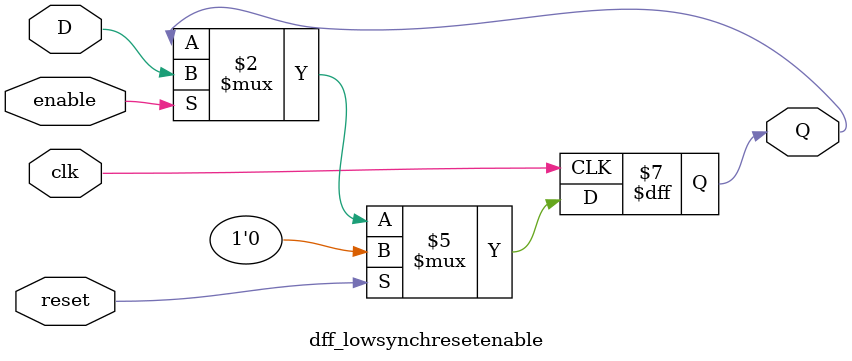
<source format=v>
module dff_lowsynchresetenable(input D, input clk, 
                               input reset, input enable,
                               output reg Q);
  always @(posedge clk) begin
    if (reset) begin
      Q <= 1'b0;
    end
    
    else if (enable) begin
      Q <= D;
    end
    
  
  end
endmodule
</source>
